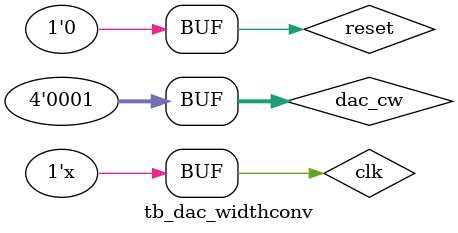
<source format=sv>
`timescale 1ps / 1ps


module tb_dac_widthconv(

    );

/*
reg clk = 1;
always #5000 clk <= !clk;

reg reset = 1;
initial #50000 reset <= 0;

reg [3:0] dac_cw = 1;
reg [31:0] dac_a_data = 32'h03020100;
always @(posedge clk) dac_a_data <= dac_a_data + 32'h04040404;
wire dac_a_full;
wire dac_a_wr_en = !dac_a_full;


wire [31:0] dia_fifo_o;
wire [7:0] dib_fifo_o;
wire [3:0] cw_fifo;

//wire [7:0] dia_fifo = dia_fifo_o + 128;
wire [7:0] dib_fifo = dib_fifo_o + 128;


reg [2:0] bytes_avail = 0;
reg [31:0] dia_fifo_buffer;
reg [3:0] cw_fifo_buffer;
reg [7:0] dia;
reg cw;
reg rd_en;

xpm_fifo_async #(
    .CDC_SYNC_STAGES(2),       // DECIMAL
    .DOUT_RESET_VALUE("0"),    // String
    .FIFO_MEMORY_TYPE("block"), // String
    .FIFO_READ_LATENCY(1),     // DECIMAL
    .FIFO_WRITE_DEPTH(1024),   // DECIMAL
    .READ_DATA_WIDTH(36),      // DECIMAL
    .WRITE_DATA_WIDTH(36)     // DECIMAL
)
dac_a_fifo_inst (

    .rst(reset),   
    
    .wr_clk(clk),
    .din({dac_cw, dac_a_data}),      
    .wr_en(dac_a_wr_en),    
    .full(dac_a_full),
    
    .rd_clk(clk),
    .dout({cw_fifo, dia_fifo_o}),  
    .rd_en(rd_en)
);



always @(posedge clk) begin
    if (reset) begin
        bytes_avail <= 0;
        rd_en <= 1'b0;
        dia_fifo_buffer <= 0;
        cw_fifo_buffer <= 0;
        dia <= 0;
        cw <= 0;
    end
    else begin
    
        rd_en <= 1'b0;
        
        if (bytes_avail == 0) begin
            rd_en <= 1'b1;
            bytes_avail <= 4;
        end 
        if (bytes_avail == 4) begin
            dia_fifo_buffer <= dia_fifo_o;    
            cw_fifo_buffer <= cw_fifo;        
            dia <= dia_fifo_o[7:0] + 128;
            cw <= cw_fifo[0];
            bytes_avail <= 3;
        end 
        if (bytes_avail == 3) begin
            dia <= dia_fifo_buffer[15:8] + 128;
            bytes_avail <= 2;
        end 
        if (bytes_avail == 2) begin
            dia <= dia_fifo_buffer[23:16] + 128;
            bytes_avail <= 1;
        end 
        if (bytes_avail == 1) begin
            dia <= dia_fifo_buffer[31:24] + 128;
            rd_en <= 1'b1;
            bytes_avail <= 4;
        end 
    end
end

*/

   
   
   
   
reg clk = 1;
always #5000 clk <= !clk;

reg reset = 1;
initial #50000 reset <= 0;

reg [3:0] dac_cw = 1;
reg [31:0] dac_a_data = 32'h03020100;
always @(posedge clk) dac_a_data <= dac_a_data + 32'h04040404;
wire dac_a_full;
wire dac_a_wr_en = !dac_a_full;


wire [7:0] dia_fifo_o;
wire [7:0] dib_fifo_o;
wire [3:0] cw_fifo;

//wire [7:0] dia_fifo = dia_fifo_o + 128;
wire [7:0] dib_fifo = dib_fifo_o + 128;

/*
reg [2:0] bytes_avail = 0;
reg [31:0] dia_fifo_buffer;
reg [3:0] cw_fifo_buffer;
reg [7:0] dia;
reg cw;
reg rd_en;
*/
xpm_fifo_async #(
    .CDC_SYNC_STAGES(2),       // DECIMAL
    .DOUT_RESET_VALUE("0"),    // String
    .FIFO_MEMORY_TYPE("block"), // String
    .FIFO_READ_LATENCY(1),     // DECIMAL
    .FIFO_WRITE_DEPTH(1024),   // DECIMAL
    .READ_DATA_WIDTH(9),      // DECIMAL
    .WRITE_DATA_WIDTH(36)     // DECIMAL
)
dac_a_fifo_inst (

    .rst(reset),   
    
    .wr_clk(clk),
    .din({
        dac_cw[3], dac_a_data[31:24],
        dac_cw[2], dac_a_data[23:16],
        dac_cw[1], dac_a_data[15:8],
        dac_cw[0], dac_a_data[7:0]
    }),      
    .wr_en(dac_a_wr_en),    
    .full(dac_a_full),
    
    .rd_clk(clk),
    .dout({cw_fifo, dia_fifo_o}),  
    .rd_en(1)
);

/*

always @(posedge clk) begin
    if (reset) begin
        bytes_avail <= 0;
        rd_en <= 1'b0;
        dia_fifo_buffer <= 0;
        cw_fifo_buffer <= 0;
        dia <= 0;
        cw <= 0;
    end
    else begin
    
        rd_en <= 1'b0;
        
        if (bytes_avail == 0) begin
            rd_en <= 1'b1;
            bytes_avail <= 4;
        end 
        if (bytes_avail == 4) begin
            dia_fifo_buffer <= dia_fifo_o;    
            cw_fifo_buffer <= cw_fifo;        
            dia <= dia_fifo_o[7:0] + 128;
            cw <= cw_fifo[0];
            bytes_avail <= 3;
        end 
        if (bytes_avail == 3) begin
            dia <= dia_fifo_buffer[15:8] + 128;
            bytes_avail <= 2;
        end 
        if (bytes_avail == 2) begin
            dia <= dia_fifo_buffer[23:16] + 128;
            bytes_avail <= 1;
        end 
        if (bytes_avail == 1) begin
            dia <= dia_fifo_buffer[31:24] + 128;
            rd_en <= 1'b1;
            bytes_avail <= 4;
        end 
    end
end

*/






endmodule

</source>
